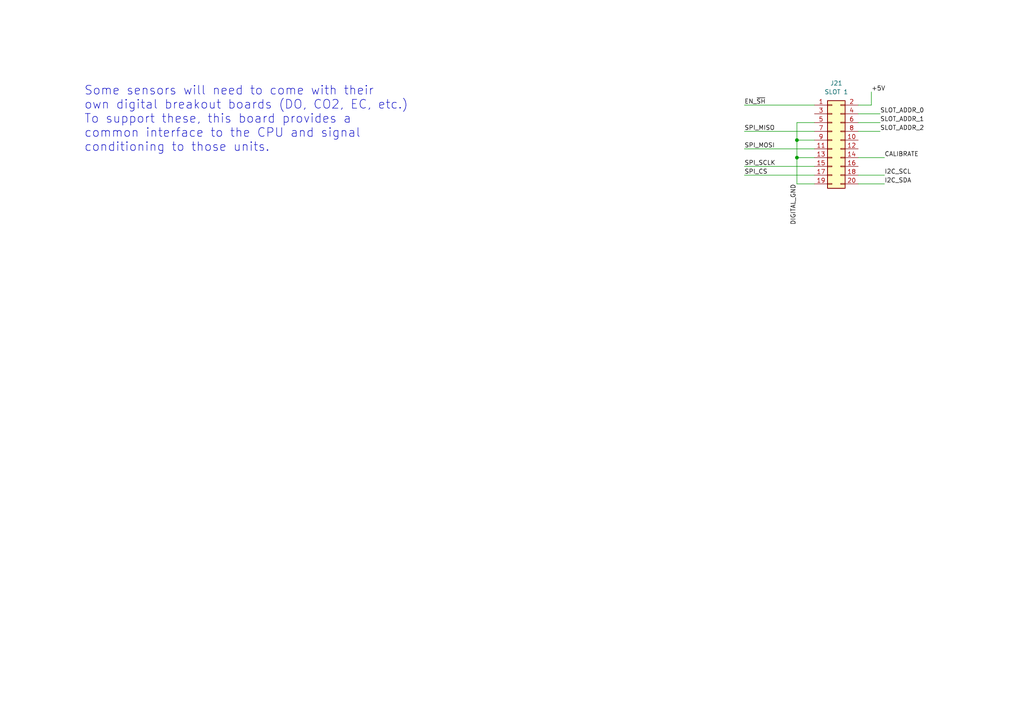
<source format=kicad_sch>
(kicad_sch (version 20231120) (generator "eeschema") (generator_version "8.0")
  (paper "A4")
  (lib_symbols
    (symbol "Connector_Generic:Conn_02x10_Odd_Even" (pin_names (offset 1.016) hide)
      (property "Reference" "J" (at 1.27 12.7 0))
      (property "Value" "Conn_02x10_Odd_Even" (at 1.27 -15.24 0))
      (symbol "Conn_02x10_Odd_Even_1_1"
        (rectangle (start -1.27 -12.573) (end 0 -12.827) (stroke (width 0.1524)))
        (rectangle (start -1.27 -10.033) (end 0 -10.287) (stroke (width 0.1524)))
        (rectangle (start -1.27 -7.493) (end 0 -7.747) (stroke (width 0.1524)))
        (rectangle (start -1.27 -4.953) (end 0 -5.207) (stroke (width 0.1524)))
        (rectangle (start -1.27 -2.413) (end 0 -2.667) (stroke (width 0.1524)))
        (rectangle (start -1.27 0.127) (end 0 -0.127) (stroke (width 0.1524)))
        (rectangle (start -1.27 2.667) (end 0 2.413) (stroke (width 0.1524)))
        (rectangle (start -1.27 5.207) (end 0 4.953) (stroke (width 0.1524)))
        (rectangle (start -1.27 7.747) (end 0 7.493) (stroke (width 0.1524)))
        (rectangle (start -1.27 10.287) (end 0 10.033) (stroke (width 0.1524)))
        (rectangle (start -1.27 11.43) (end 3.81 -13.97) (stroke (width 0.254)) (fill (type background)))
        (rectangle (start 3.81 -12.573) (end 2.54 -12.827) (stroke (width 0.1524)))
        (rectangle (start 3.81 -10.033) (end 2.54 -10.287) (stroke (width 0.1524)))
        (rectangle (start 3.81 -7.493) (end 2.54 -7.747) (stroke (width 0.1524)))
        (rectangle (start 3.81 -4.953) (end 2.54 -5.207) (stroke (width 0.1524)))
        (rectangle (start 3.81 -2.413) (end 2.54 -2.667) (stroke (width 0.1524)))
        (rectangle (start 3.81 0.127) (end 2.54 -0.127) (stroke (width 0.1524)))
        (rectangle (start 3.81 2.667) (end 2.54 2.413) (stroke (width 0.1524)))
        (rectangle (start 3.81 5.207) (end 2.54 4.953) (stroke (width 0.1524)))
        (rectangle (start 3.81 7.747) (end 2.54 7.493) (stroke (width 0.1524)))
        (rectangle (start 3.81 10.287) (end 2.54 10.033) (stroke (width 0.1524)))
        (pin passive line (at -5.08 10.16 0) (length 3.81) (name "Pin_1") (number "1"))
        (pin passive line (at 7.62 0 180) (length 3.81) (name "Pin_10") (number "10"))
        (pin passive line (at -5.08 -2.54 0) (length 3.81) (name "Pin_11") (number "11"))
        (pin passive line (at 7.62 -2.54 180) (length 3.81) (name "Pin_12") (number "12"))
        (pin passive line (at -5.08 -5.08 0) (length 3.81) (name "Pin_13") (number "13"))
        (pin passive line (at 7.62 -5.08 180) (length 3.81) (name "Pin_14") (number "14"))
        (pin passive line (at -5.08 -7.62 0) (length 3.81) (name "Pin_15") (number "15"))
        (pin passive line (at 7.62 -7.62 180) (length 3.81) (name "Pin_16") (number "16"))
        (pin passive line (at -5.08 -10.16 0) (length 3.81) (name "Pin_17") (number "17"))
        (pin passive line (at 7.62 -10.16 180) (length 3.81) (name "Pin_18") (number "18"))
        (pin passive line (at -5.08 -12.7 0) (length 3.81) (name "Pin_19") (number "19"))
        (pin passive line (at 7.62 10.16 180) (length 3.81) (name "Pin_2") (number "2"))
        (pin passive line (at 7.62 -12.7 180) (length 3.81) (name "Pin_20") (number "20"))
        (pin passive line (at -5.08 7.62 0) (length 3.81) (name "Pin_3") (number "3"))
        (pin passive line (at 7.62 7.62 180) (length 3.81) (name "Pin_4") (number "4"))
        (pin passive line (at -5.08 5.08 0) (length 3.81) (name "Pin_5") (number "5"))
        (pin passive line (at 7.62 5.08 180) (length 3.81) (name "Pin_6") (number "6"))
        (pin passive line (at -5.08 2.54 0) (length 3.81) (name "Pin_7") (number "7"))
        (pin passive line (at 7.62 2.54 180) (length 3.81) (name "Pin_8") (number "8"))
        (pin passive line (at -5.08 0 0) (length 3.81) (name "Pin_9") (number "9"))
      )
    )
  )
  (junction (at 231.14 40.64))
  (junction (at 231.14 45.72))
  (wire (pts (xy 256.54 50.8) (xy 248.92 50.8)))
  (wire (pts (xy 231.14 35.56) (xy 231.14 40.64)))
  (wire (pts (xy 236.22 38.1) (xy 215.9 38.1)))
  (wire (pts (xy 231.14 45.72) (xy 231.14 53.34)))
  (wire (pts (xy 236.22 43.18) (xy 215.9 43.18)))
  (wire (pts (xy 248.92 33.02) (xy 255.27 33.02)))
  (wire (pts (xy 236.22 53.34) (xy 231.14 53.34)))
  (wire (pts (xy 248.92 38.1) (xy 255.27 38.1)))
  (wire (pts (xy 231.14 40.64) (xy 231.14 45.72)))
  (wire (pts (xy 215.9 30.48) (xy 236.22 30.48)))
  (wire (pts (xy 248.92 53.34) (xy 256.54 53.34)))
  (wire (pts (xy 248.92 35.56) (xy 255.27 35.56)))
  (wire (pts (xy 236.22 45.72) (xy 231.14 45.72)))
  (wire (pts (xy 231.14 40.64) (xy 236.22 40.64)))
  (wire (pts (xy 236.22 35.56) (xy 231.14 35.56)))
  (wire (pts (xy 215.9 50.8) (xy 236.22 50.8)))
  (wire (pts (xy 256.54 45.72) (xy 248.92 45.72)))
  (wire (pts (xy 248.92 30.48) (xy 252.73 30.48)))
  (wire (pts (xy 252.73 26.67) (xy 252.73 30.48)))
  (wire (pts (xy 236.22 48.26) (xy 215.9 48.26)))
  (text "Some sensors will need to come with their\nown digital breakout boards (DO, CO2, EC, etc.)\nTo support these, this board provides a \ncommon interface to the CPU and signal \nconditioning to those units." (at 24.384 34.544 0) (effects (font (size 2.54 2.54)) (justify left)))
  (label "DIGITAL_GND" (at 231.14 53.34 270))
  (label "SLOT_ADDR_1" (at 255.27 35.56 0))
  (label "SPI_SCLK" (at 215.9 48.26 0))
  (label "SLOT_ADDR_0" (at 255.27 33.02 0))
  (label "EN_~{SH}" (at 215.9 30.48 0))
  (label "CALIBRATE" (at 256.54 45.72 0))
  (label "+5V" (at 252.73 26.67 0))
  (label "SPI_CS" (at 215.9 50.8 0))
  (label "SLOT_ADDR_2" (at 255.27 38.1 0))
  (label "I2C_SCL" (at 256.54 50.8 0))
  (label "I2C_SDA" (at 256.54 53.34 0))
  (label "SPI_MOSI" (at 215.9 43.18 0))
  (label "SPI_MISO" (at 215.9 38.1 0))
  (symbol (lib_id "Connector_Generic:Conn_02x10_Odd_Even") (at 241.3 40.64 0) (unit 1)
    (property "Reference" "J21" (at 242.57 24.13 0))
    (property "Value" "SLOT 1" (at 242.57 26.67 0))
    (property "Description" "Generic connector, double row, 02x10, odd/even pin numbering scheme (row 1 odd numbers, row 2 even numbers), script generated (kicad-library-utils/schlib/autogen/connector/)" (effects (hide yes)))
  )
)
</source>
